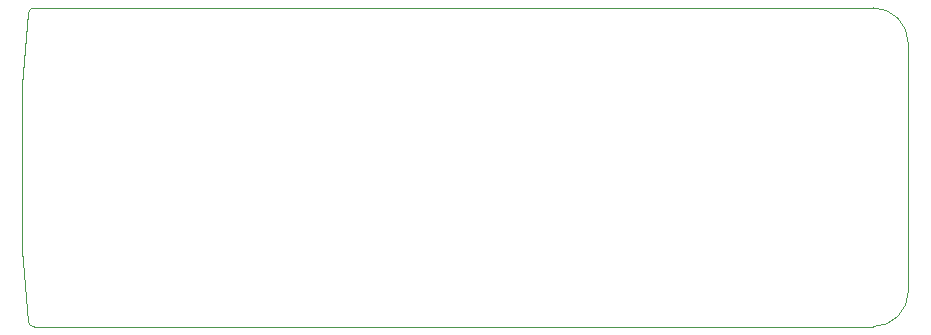
<source format=gbr>
%TF.GenerationSoftware,KiCad,Pcbnew,(6.0.0)*%
%TF.CreationDate,2022-01-24T21:03:08-07:00*%
%TF.ProjectId,SolarGPS,536f6c61-7247-4505-932e-6b696361645f,rev?*%
%TF.SameCoordinates,Original*%
%TF.FileFunction,Profile,NP*%
%FSLAX46Y46*%
G04 Gerber Fmt 4.6, Leading zero omitted, Abs format (unit mm)*
G04 Created by KiCad (PCBNEW (6.0.0)) date 2022-01-24 21:03:08*
%MOMM*%
%LPD*%
G01*
G04 APERTURE LIST*
%TA.AperFunction,Profile*%
%ADD10C,0.050000*%
%TD*%
G04 APERTURE END LIST*
D10*
X49499998Y-76550000D02*
G75*
G03*
X50000000Y-77000000I497255J49727D01*
G01*
X124000000Y-53000000D02*
G75*
G03*
X121000000Y-50000000I-3000001J-1D01*
G01*
X49000000Y-56500000D02*
X49502481Y-50450248D01*
X49500000Y-76550000D02*
X49000000Y-70500000D01*
X124000000Y-53000000D02*
X124000000Y-74000000D01*
X121000000Y-77000000D02*
X50000000Y-77000000D01*
X121000000Y-77000000D02*
G75*
G03*
X124000000Y-74000000I-1J3000001D01*
G01*
X49000000Y-56500000D02*
X49000000Y-70500000D01*
X50000000Y-50000000D02*
X121000000Y-50000000D01*
X50000000Y-50000001D02*
G75*
G03*
X49502481Y-50450248I-2J-499998D01*
G01*
M02*

</source>
